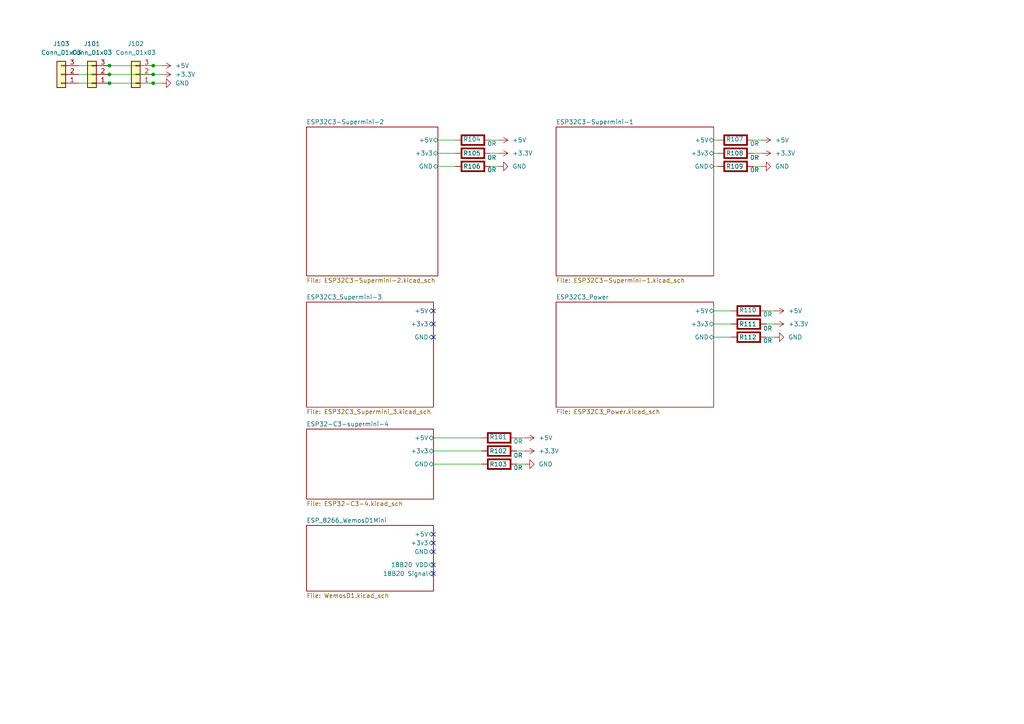
<source format=kicad_sch>
(kicad_sch (version 20231120) (generator "eeschema") (generator_version "8.0")
  (paper "A4")
  (lib_symbols
    (symbol "PCM_4ms_Connector:Conn_01x03" (pin_names (offset 1.016) hide)
      (property "Reference" "J" (at 0 5.08 0))
      (property "Value" "Conn_01x03" (at 0 -5.08 0))
      (symbol "Conn_01x03_1_1"
        (rectangle (start -1.27 -2.413) (end 0 -2.667) (stroke (width 0.1524)))
        (rectangle (start -1.27 0.127) (end 0 -0.127) (stroke (width 0.1524)))
        (rectangle (start -1.27 2.667) (end 0 2.413) (stroke (width 0.1524)))
        (rectangle (start -1.27 3.81) (end 1.27 -3.81) (stroke (width 0.254)) (fill (type background)))
        (pin passive line (at -5.08 2.54 0) (length 3.81) (name "Pin_1") (number "1"))
        (pin passive line (at -5.08 0 0) (length 3.81) (name "Pin_2") (number "2"))
        (pin passive line (at -5.08 -2.54 0) (length 3.81) (name "Pin_3") (number "3"))
      )
    )
    (symbol "PCM_Elektuur:R" (pin_numbers hide) (pin_names (offset 0) hide)
      (property "Reference" "R" (at 2.54 3.175 0))
      (property "Value" "R" (at 0 0 90))
      (symbol "R_1_1"
        (polyline (pts (xy -1.524 -3.429) (xy 1.524 -3.429) (xy 1.524 3.429) (xy -1.524 3.429) (xy -1.524 -3.429) (xy -1.27 -3.175) (xy -1.27 3.175) (xy 1.27 3.175) (xy 1.27 -3.175) (xy -1.27 -3.175) (xy -1.524 -3.429)) (stroke (width 0.254)) (fill (type outline)))
        (pin passive line (at 0 5.08 270) (length 1.651) (name "+") (number "1"))
        (pin passive line (at 0 -5.08 90) (length 1.651) (name "-") (number "2"))
      )
      (symbol "R_1_2"
        (polyline (pts (xy -0.508 -3.429) (xy 1.524 -3.429) (xy 1.524 3.429) (xy -0.508 3.429) (xy -0.508 3.175) (xy 1.27 3.175) (xy 1.27 -3.175) (xy -0.508 -3.175) (xy -0.508 -3.429)) (stroke (width 0.254)) (fill (type outline)))
        (pin passive line (at 0 5.08 270) (length 1.651) (name "+") (number "1"))
        (pin passive line (at 0 -5.08 90) (length 1.651) (name "-") (number "2"))
      )
      (symbol "R_1_3"
        (polyline (pts (xy 0 3.4798) (xy 0 3.2004) (xy 0.7112 2.794) (xy -1.1938 1.6764) (xy 0.7112 0.5588) (xy -1.1938 -0.5588) (xy 0.7112 -1.6764) (xy -1.1938 -2.794) (xy 0 -3.4798) (xy 0 -3.2004) (xy -0.7112 -2.794) (xy 1.1938 -1.6764) (xy -0.7112 -0.5588) (xy 1.1938 0.5588) (xy -0.7112 1.6764) (xy 1.1938 2.794) (xy 0 3.4798)) (stroke (width 0.254)) (fill (type outline)))
        (pin passive line (at 0 5.08 270) (length 1.6002) (name "+") (number "1"))
        (pin passive line (at 0 -5.08 90) (length 1.6002) (name "-") (number "2"))
      )
      (symbol "R_1_4"
        (polyline (pts (xy 0 4.5466) (xy 0 4.2672) (xy 0.0508 4.2418) (xy 1.016 3.683) (xy -1.524 2.2098) (xy 1.016 0.7366) (xy -1.524 -0.7366) (xy 1.016 -2.2098) (xy -1.524 -3.683) (xy -0.0762 -4.5212) (xy 0 -4.5466) (xy 0 -4.2672) (xy -0.0508 -4.2418) (xy -1.016 -3.683) (xy 1.524 -2.2098) (xy -1.016 -0.7366) (xy 1.524 0.7366) (xy -1.016 2.2098) (xy 1.524 3.683) (xy 0.0762 4.5212) (xy 0 4.5466)) (stroke (width 0.254)) (fill (type outline)))
        (pin passive line (at 0 5.08 270) (length 0.5334) (name "+") (number "1"))
        (pin passive line (at 0 -5.08 90) (length 0.5334) (name "-") (number "2"))
      )
    )
    (symbol "power:+3.3V" (power) (pin_numbers hide) (pin_names (offset 0) hide)
      (property "Value" "+3.3V" (at 0 3.556 0))
      (symbol "+3.3V_0_1"
        (polyline (pts (xy -0.762 1.27) (xy 0 2.54)))
        (polyline (pts (xy 0 0) (xy 0 2.54)))
        (polyline (pts (xy 0 2.54) (xy 0.762 1.27)))
      )
      (symbol "+3.3V_1_1"
        (pin power_in line (at 0 0 90) (length 0) (name "~") (number "1"))
      )
    )
    (symbol "power:+5V" (power) (pin_numbers hide) (pin_names (offset 0) hide)
      (property "Value" "+5V" (at 0 3.556 0))
      (symbol "+5V_0_1"
        (polyline (pts (xy -0.762 1.27) (xy 0 2.54)))
        (polyline (pts (xy 0 0) (xy 0 2.54)))
        (polyline (pts (xy 0 2.54) (xy 0.762 1.27)))
      )
      (symbol "+5V_1_1"
        (pin power_in line (at 0 0 90) (length 0) (name "~") (number "1"))
      )
    )
    (symbol "power:GND" (power) (pin_numbers hide) (pin_names (offset 0) hide)
      (property "Value" "GND" (at 0 -3.81 0))
      (symbol "GND_0_1"
        (polyline (pts (xy 0 0) (xy 0 -1.27) (xy 1.27 -1.27) (xy 0 -2.54) (xy -1.27 -1.27) (xy 0 -1.27)))
      )
      (symbol "GND_1_1"
        (pin power_in line (at 0 0 270) (length 0) (name "~") (number "1"))
      )
    )
  )
  (junction (at 31.75 24.13))
  (junction (at 44.45 21.59))
  (junction (at 44.45 19.05))
  (junction (at 31.75 21.59))
  (junction (at 31.75 19.05))
  (junction (at 44.45 24.13))
  (no_connect (at 125.73 93.98))
  (no_connect (at 125.73 160.02))
  (no_connect (at 125.73 90.17))
  (no_connect (at 125.73 157.48))
  (no_connect (at 125.73 166.37))
  (no_connect (at 125.73 154.94))
  (no_connect (at 125.73 97.79))
  (no_connect (at 125.73 163.83))
  (wire (pts (xy 207.01 48.26) (xy 208.28 48.26)))
  (wire (pts (xy 218.44 40.64) (xy 220.98 40.64)))
  (wire (pts (xy 222.25 90.17) (xy 224.79 90.17)))
  (wire (pts (xy 207.01 44.45) (xy 208.28 44.45)))
  (wire (pts (xy 22.86 24.13) (xy 31.75 24.13)))
  (wire (pts (xy 142.24 40.64) (xy 144.78 40.64)))
  (wire (pts (xy 212.09 90.17) (xy 207.01 90.17)))
  (wire (pts (xy 149.86 127) (xy 152.4 127)))
  (wire (pts (xy 31.75 21.59) (xy 44.45 21.59)))
  (wire (pts (xy 125.73 134.62) (xy 139.7 134.62)))
  (wire (pts (xy 22.86 21.59) (xy 31.75 21.59)))
  (wire (pts (xy 31.75 24.13) (xy 44.45 24.13)))
  (wire (pts (xy 125.73 130.81) (xy 139.7 130.81)))
  (wire (pts (xy 132.08 44.45) (xy 127 44.45)))
  (wire (pts (xy 222.25 93.98) (xy 224.79 93.98)))
  (wire (pts (xy 44.45 21.59) (xy 46.99 21.59)))
  (wire (pts (xy 149.86 134.62) (xy 152.4 134.62)))
  (wire (pts (xy 44.45 19.05) (xy 46.99 19.05)))
  (wire (pts (xy 132.08 40.64) (xy 127 40.64)))
  (wire (pts (xy 31.75 19.05) (xy 44.45 19.05)))
  (wire (pts (xy 212.09 93.98) (xy 207.01 93.98)))
  (wire (pts (xy 44.45 24.13) (xy 46.99 24.13)))
  (wire (pts (xy 132.08 48.26) (xy 127 48.26)))
  (wire (pts (xy 218.44 44.45) (xy 220.98 44.45)))
  (wire (pts (xy 149.86 130.81) (xy 152.4 130.81)))
  (wire (pts (xy 22.86 19.05) (xy 31.75 19.05)))
  (wire (pts (xy 212.09 97.79) (xy 207.01 97.79)))
  (wire (pts (xy 142.24 48.26) (xy 144.78 48.26)))
  (wire (pts (xy 142.24 44.45) (xy 144.78 44.45)))
  (wire (pts (xy 218.44 48.26) (xy 220.98 48.26)))
  (wire (pts (xy 222.25 97.79) (xy 224.79 97.79)))
  (wire (pts (xy 207.01 40.64) (xy 208.28 40.64)))
  (wire (pts (xy 125.73 127) (xy 139.7 127)))
  (symbol (lib_id "power:+5V") (at 46.99 19.05 270) (unit 1)
    (property "Reference" "#PWR0101" (effects (hide yes)))
    (property "Value" "+5V" (at 50.8 19.0499 90) (effects (justify left)))
    (property "Description" "Power symbol creates a global label with name \"+5V\"" (effects (hide yes)))
  )
  (symbol (lib_id "PCM_4ms_Connector:Conn_01x03") (at 17.78 21.59 180) (unit 1)
    (property "Reference" "J103" (at 17.78 12.7 0))
    (property "Value" "Conn_01x03" (at 17.78 15.24 0))
    (property "Footprint" "PCM_4ms_Connector:Pins_1x03_2.54mm_TH" (effects (hide yes)))
    (property "Description" "HEADER 1x3 MALE PINS 0.100” 180deg" (effects (hide yes)))
    (property "Specifications" "HEADER 1x3 MALE PINS 0.100” 180deg" (effects (hide yes)))
    (property "Manufacturer" "TAD" (effects (hide yes)))
    (property "Part Number" "1-0301FBV0T" (effects (hide yes)))
  )
  (symbol (lib_id "power:+5V") (at 220.98 40.64 270) (unit 1)
    (property "Reference" "#PWR0110" (effects (hide yes)))
    (property "Value" "+5V" (at 224.79 40.6399 90) (effects (justify left)))
    (property "Description" "Power symbol creates a global label with name \"+5V\"" (effects (hide yes)))
  )
  (symbol (lib_id "PCM_Elektuur:R") (at 217.17 97.79 90) (unit 1)
    (property "Reference" "R112" (at 219.456 97.79 90) (effects (justify left)))
    (property "Value" "0R" (at 224.028 98.806 90) (effects (justify left)))
    (property "Footprint" "Resistor_SMD:R_0805_2012Metric" (effects (hide yes)))
    (property "Description" "resistor" (effects (hide yes)))
    (property "Indicator" "+" (effects (hide yes)))
    (property "Rating" "W" (effects (hide yes)))
  )
  (symbol (lib_id "PCM_Elektuur:R") (at 137.16 44.45 90) (unit 1)
    (property "Reference" "R105" (at 139.446 44.45 90) (effects (justify left)))
    (property "Value" "0R" (at 144.018 45.72 90) (effects (justify left)))
    (property "Footprint" "Resistor_SMD:R_0805_2012Metric" (effects (hide yes)))
    (property "Description" "resistor" (effects (hide yes)))
    (property "Indicator" "+" (effects (hide yes)))
    (property "Rating" "W" (effects (hide yes)))
  )
  (symbol (lib_id "power:GND") (at 224.79 97.79 90) (unit 1)
    (property "Reference" "#PWR0115" (effects (hide yes)))
    (property "Value" "GND" (at 228.6 97.7899 90) (effects (justify right)))
    (property "Description" "Power symbol creates a global label with name \"GND\" , ground" (effects (hide yes)))
  )
  (symbol (lib_id "PCM_4ms_Connector:Conn_01x03") (at 39.37 21.59 180) (unit 1)
    (property "Reference" "J102" (at 39.37 12.7 0))
    (property "Value" "Conn_01x03" (at 39.37 15.24 0))
    (property "Footprint" "PCM_4ms_Connector:Pins_1x03_2.54mm_TH" (effects (hide yes)))
    (property "Description" "HEADER 1x3 MALE PINS 0.100” 180deg" (effects (hide yes)))
    (property "Specifications" "HEADER 1x3 MALE PINS 0.100” 180deg" (effects (hide yes)))
    (property "Manufacturer" "TAD" (effects (hide yes)))
    (property "Part Number" "1-0301FBV0T" (effects (hide yes)))
  )
  (symbol (lib_id "PCM_Elektuur:R") (at 213.36 40.64 90) (unit 1)
    (property "Reference" "R107" (at 215.646 40.386 90) (effects (justify left)))
    (property "Value" "0R" (at 220.218 41.656 90) (effects (justify left)))
    (property "Footprint" "Resistor_SMD:R_0805_2012Metric" (effects (hide yes)))
    (property "Description" "resistor" (effects (hide yes)))
    (property "Indicator" "+" (effects (hide yes)))
    (property "Rating" "W" (effects (hide yes)))
  )
  (symbol (lib_id "power:+5V") (at 144.78 40.64 270) (unit 1)
    (property "Reference" "#PWR0107" (effects (hide yes)))
    (property "Value" "+5V" (at 148.59 40.6399 90) (effects (justify left)))
    (property "Description" "Power symbol creates a global label with name \"+5V\"" (effects (hide yes)))
  )
  (symbol (lib_id "PCM_Elektuur:R") (at 137.16 48.26 90) (unit 1)
    (property "Reference" "R106" (at 139.446 48.26 90) (effects (justify left)))
    (property "Value" "0R" (at 144.018 49.276 90) (effects (justify left)))
    (property "Footprint" "Resistor_SMD:R_0805_2012Metric" (effects (hide yes)))
    (property "Description" "resistor" (effects (hide yes)))
    (property "Indicator" "+" (effects (hide yes)))
    (property "Rating" "W" (effects (hide yes)))
  )
  (symbol (lib_id "power:GND") (at 144.78 48.26 90) (unit 1)
    (property "Reference" "#PWR0109" (effects (hide yes)))
    (property "Value" "GND" (at 148.59 48.2599 90) (effects (justify right)))
    (property "Description" "Power symbol creates a global label with name \"GND\" , ground" (effects (hide yes)))
  )
  (symbol (lib_id "power:GND") (at 46.99 24.13 90) (unit 1)
    (property "Reference" "#PWR0103" (effects (hide yes)))
    (property "Value" "GND" (at 50.8 24.1299 90) (effects (justify right)))
    (property "Description" "Power symbol creates a global label with name \"GND\" , ground" (effects (hide yes)))
  )
  (symbol (lib_id "power:GND") (at 152.4 134.62 90) (unit 1)
    (property "Reference" "#PWR0106" (effects (hide yes)))
    (property "Value" "GND" (at 156.21 134.6199 90) (effects (justify right)))
    (property "Description" "Power symbol creates a global label with name \"GND\" , ground" (effects (hide yes)))
  )
  (symbol (lib_id "power:+3.3V") (at 220.98 44.45 270) (unit 1)
    (property "Reference" "#PWR0111" (effects (hide yes)))
    (property "Value" "+3.3V" (at 224.79 44.4499 90) (effects (justify left)))
    (property "Description" "Power symbol creates a global label with name \"+3.3V\"" (effects (hide yes)))
  )
  (symbol (lib_id "PCM_Elektuur:R") (at 144.78 127 90) (unit 1)
    (property "Reference" "R101" (at 147.066 126.746 90) (effects (justify left)))
    (property "Value" "0R" (at 151.638 128.016 90) (effects (justify left)))
    (property "Footprint" "Resistor_SMD:R_0805_2012Metric" (effects (hide yes)))
    (property "Description" "resistor" (effects (hide yes)))
    (property "Indicator" "+" (effects (hide yes)))
    (property "Rating" "W" (effects (hide yes)))
  )
  (symbol (lib_id "power:+5V") (at 224.79 90.17 270) (unit 1)
    (property "Reference" "#PWR0113" (effects (hide yes)))
    (property "Value" "+5V" (at 228.6 90.1699 90) (effects (justify left)))
    (property "Description" "Power symbol creates a global label with name \"+5V\"" (effects (hide yes)))
  )
  (symbol (lib_id "power:+3.3V") (at 144.78 44.45 270) (unit 1)
    (property "Reference" "#PWR0108" (effects (hide yes)))
    (property "Value" "+3.3V" (at 148.59 44.4499 90) (effects (justify left)))
    (property "Description" "Power symbol creates a global label with name \"+3.3V\"" (effects (hide yes)))
  )
  (symbol (lib_id "PCM_Elektuur:R") (at 144.78 134.62 90) (unit 1)
    (property "Reference" "R103" (at 147.066 134.62 90) (effects (justify left)))
    (property "Value" "0R" (at 151.638 135.636 90) (effects (justify left)))
    (property "Footprint" "Resistor_SMD:R_0805_2012Metric" (effects (hide yes)))
    (property "Description" "resistor" (effects (hide yes)))
    (property "Indicator" "+" (effects (hide yes)))
    (property "Rating" "W" (effects (hide yes)))
  )
  (symbol (lib_id "PCM_Elektuur:R") (at 144.78 130.81 90) (unit 1)
    (property "Reference" "R102" (at 147.066 130.81 90) (effects (justify left)))
    (property "Value" "0R" (at 151.638 132.08 90) (effects (justify left)))
    (property "Footprint" "Resistor_SMD:R_0805_2012Metric" (effects (hide yes)))
    (property "Description" "resistor" (effects (hide yes)))
    (property "Indicator" "+" (effects (hide yes)))
    (property "Rating" "W" (effects (hide yes)))
  )
  (symbol (lib_id "power:GND") (at 220.98 48.26 90) (unit 1)
    (property "Reference" "#PWR0112" (effects (hide yes)))
    (property "Value" "GND" (at 224.79 48.2599 90) (effects (justify right)))
    (property "Description" "Power symbol creates a global label with name \"GND\" , ground" (effects (hide yes)))
  )
  (symbol (lib_id "PCM_Elektuur:R") (at 217.17 93.98 90) (unit 1)
    (property "Reference" "R111" (at 219.456 93.98 90) (effects (justify left)))
    (property "Value" "0R" (at 224.028 95.25 90) (effects (justify left)))
    (property "Footprint" "Resistor_SMD:R_0805_2012Metric" (effects (hide yes)))
    (property "Description" "resistor" (effects (hide yes)))
    (property "Indicator" "+" (effects (hide yes)))
    (property "Rating" "W" (effects (hide yes)))
  )
  (symbol (lib_id "PCM_Elektuur:R") (at 217.17 90.17 90) (unit 1)
    (property "Reference" "R110" (at 219.456 89.916 90) (effects (justify left)))
    (property "Value" "0R" (at 224.028 91.186 90) (effects (justify left)))
    (property "Footprint" "Resistor_SMD:R_0805_2012Metric" (effects (hide yes)))
    (property "Description" "resistor" (effects (hide yes)))
    (property "Indicator" "+" (effects (hide yes)))
    (property "Rating" "W" (effects (hide yes)))
  )
  (symbol (lib_id "PCM_Elektuur:R") (at 213.36 48.26 90) (unit 1)
    (property "Reference" "R109" (at 215.646 48.26 90) (effects (justify left)))
    (property "Value" "0R" (at 220.218 49.276 90) (effects (justify left)))
    (property "Footprint" "Resistor_SMD:R_0805_2012Metric" (effects (hide yes)))
    (property "Description" "resistor" (effects (hide yes)))
    (property "Indicator" "+" (effects (hide yes)))
    (property "Rating" "W" (effects (hide yes)))
  )
  (symbol (lib_id "PCM_Elektuur:R") (at 137.16 40.64 90) (unit 1)
    (property "Reference" "R104" (at 139.446 40.386 90) (effects (justify left)))
    (property "Value" "0R" (at 144.018 41.656 90) (effects (justify left)))
    (property "Footprint" "Resistor_SMD:R_0805_2012Metric" (effects (hide yes)))
    (property "Description" "resistor" (effects (hide yes)))
    (property "Indicator" "+" (effects (hide yes)))
    (property "Rating" "W" (effects (hide yes)))
  )
  (symbol (lib_id "power:+3.3V") (at 224.79 93.98 270) (unit 1)
    (property "Reference" "#PWR0114" (effects (hide yes)))
    (property "Value" "+3.3V" (at 228.6 93.9799 90) (effects (justify left)))
    (property "Description" "Power symbol creates a global label with name \"+3.3V\"" (effects (hide yes)))
  )
  (symbol (lib_id "PCM_4ms_Connector:Conn_01x03") (at 26.67 21.59 180) (unit 1)
    (property "Reference" "J101" (at 26.67 12.7 0))
    (property "Value" "Conn_01x03" (at 26.67 15.24 0))
    (property "Footprint" "PCM_4ms_Connector:Pins_1x03_2.54mm_TH" (effects (hide yes)))
    (property "Description" "HEADER 1x3 MALE PINS 0.100” 180deg" (effects (hide yes)))
    (property "Specifications" "HEADER 1x3 MALE PINS 0.100” 180deg" (effects (hide yes)))
    (property "Manufacturer" "TAD" (effects (hide yes)))
    (property "Part Number" "1-0301FBV0T" (effects (hide yes)))
  )
  (symbol (lib_id "PCM_Elektuur:R") (at 213.36 44.45 90) (unit 1)
    (property "Reference" "R108" (at 215.646 44.45 90) (effects (justify left)))
    (property "Value" "0R" (at 220.218 45.72 90) (effects (justify left)))
    (property "Footprint" "Resistor_SMD:R_0805_2012Metric" (effects (hide yes)))
    (property "Description" "resistor" (effects (hide yes)))
    (property "Indicator" "+" (effects (hide yes)))
    (property "Rating" "W" (effects (hide yes)))
  )
  (symbol (lib_id "power:+3.3V") (at 46.99 21.59 270) (unit 1)
    (property "Reference" "#PWR0102" (effects (hide yes)))
    (property "Value" "+3.3V" (at 50.8 21.5899 90) (effects (justify left)))
    (property "Description" "Power symbol creates a global label with name \"+3.3V\"" (effects (hide yes)))
  )
  (symbol (lib_id "power:+3.3V") (at 152.4 130.81 270) (unit 1)
    (property "Reference" "#PWR0105" (effects (hide yes)))
    (property "Value" "+3.3V" (at 156.21 130.8099 90) (effects (justify left)))
    (property "Description" "Power symbol creates a global label with name \"+3.3V\"" (effects (hide yes)))
  )
  (symbol (lib_id "power:+5V") (at 152.4 127 270) (unit 1)
    (property "Reference" "#PWR0104" (effects (hide yes)))
    (property "Value" "+5V" (at 156.21 126.9999 90) (effects (justify left)))
    (property "Description" "Power symbol creates a global label with name \"+5V\"" (effects (hide yes)))
  )
  (sheet (at 88.9 124.46) (size 36.83 20.32) (stroke (width 0.1524))
    (property "Sheetname" "ESP32-C3-supermini-4" (at 88.9 123.7484 0) (effects (justify left bottom)))
    (property "Sheetfile" "ESP32-C3-4.kicad_sch" (at 88.9 145.3646 0) (effects (justify left top)))
    (pin "GND" bidirectional (at 125.73 134.62 0))
    (pin "+5V" bidirectional (at 125.73 127 0))
    (pin "+3v3" bidirectional (at 125.73 130.81 0))
  )
  (sheet (at 88.9 87.63) (size 36.83 30.48) (stroke (width 0.1524))
    (property "Sheetname" "ESP32C3_Supermini-3" (at 88.9 86.9184 0) (effects (justify left bottom)))
    (property "Sheetfile" "ESP32C3_Supermini_3.kicad_sch" (at 88.9 118.6946 0) (effects (justify left top)))
    (pin "GND" bidirectional (at 125.73 97.79 0))
    (pin "+5V" bidirectional (at 125.73 90.17 0))
    (pin "+3v3" bidirectional (at 125.73 93.98 0))
  )
  (sheet (at 161.29 87.63) (size 45.72 30.48) (stroke (width 0.1524))
    (property "Sheetname" "ESP32C3_Power" (at 161.29 86.9184 0) (effects (justify left bottom)))
    (property "Sheetfile" "ESP32C3_Power.kicad_sch" (at 161.29 118.6946 0) (effects (justify left top)))
    (pin "+3v3" bidirectional (at 207.01 93.98 0))
    (pin "GND" bidirectional (at 207.01 97.79 0))
    (pin "+5V" bidirectional (at 207.01 90.17 0))
  )
  (sheet (at 88.9 36.83) (size 38.1 43.18) (stroke (width 0.1524))
    (property "Sheetname" "ESP32C3-Supermini-2" (at 88.9 36.1184 0) (effects (justify left bottom)))
    (property "Sheetfile" "ESP32C3-Supermini-2.kicad_sch" (at 88.9 80.5946 0) (effects (justify left top)))
    (pin "+3v3" bidirectional (at 127 44.45 0))
    (pin "GND" bidirectional (at 127 48.26 0))
    (pin "+5V" bidirectional (at 127 40.64 0))
  )
  (sheet (at 88.9 152.4) (size 36.83 19.05) (stroke (width 0.1524))
    (property "Sheetname" "ESP_8266_WemosD1Mini" (at 88.9 151.6884 0) (effects (justify left bottom)))
    (property "Sheetfile" "WemosD1.kicad_sch" (at 88.9 172.0346 0) (effects (justify left top)))
    (pin "GND" bidirectional (at 125.73 160.02 0))
    (pin "+3v3" bidirectional (at 125.73 157.48 0))
    (pin "+5V" bidirectional (at 125.73 154.94 0))
    (pin "18B20 VDD" input (at 125.73 163.83 0))
    (pin "18B20 Signal" input (at 125.73 166.37 0))
  )
  (sheet (at 161.29 36.83) (size 45.72 43.18) (stroke (width 0.1524))
    (property "Sheetname" "ESP32C3-Supermini-1" (at 161.29 36.1184 0) (effects (justify left bottom)))
    (property "Sheetfile" "ESP32C3-Supermini-1.kicad_sch" (at 161.29 80.5946 0) (effects (justify left top)))
    (pin "+5V" bidirectional (at 207.01 40.64 0))
    (pin "+3v3" bidirectional (at 207.01 44.45 0))
    (pin "GND" bidirectional (at 207.01 48.26 0))
  )
)
</source>
